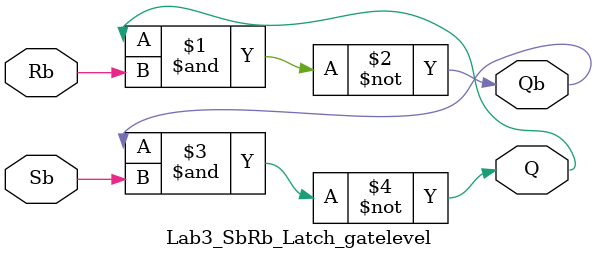
<source format=v>
module Lab3_SbRb_Latch_gatelevel(input Sb, Rb, output Q, Qb);
    nand#(5) (Qb,Q,Rb);
    nand#(5) (Q,Qb,Sb);
endmodule
</source>
